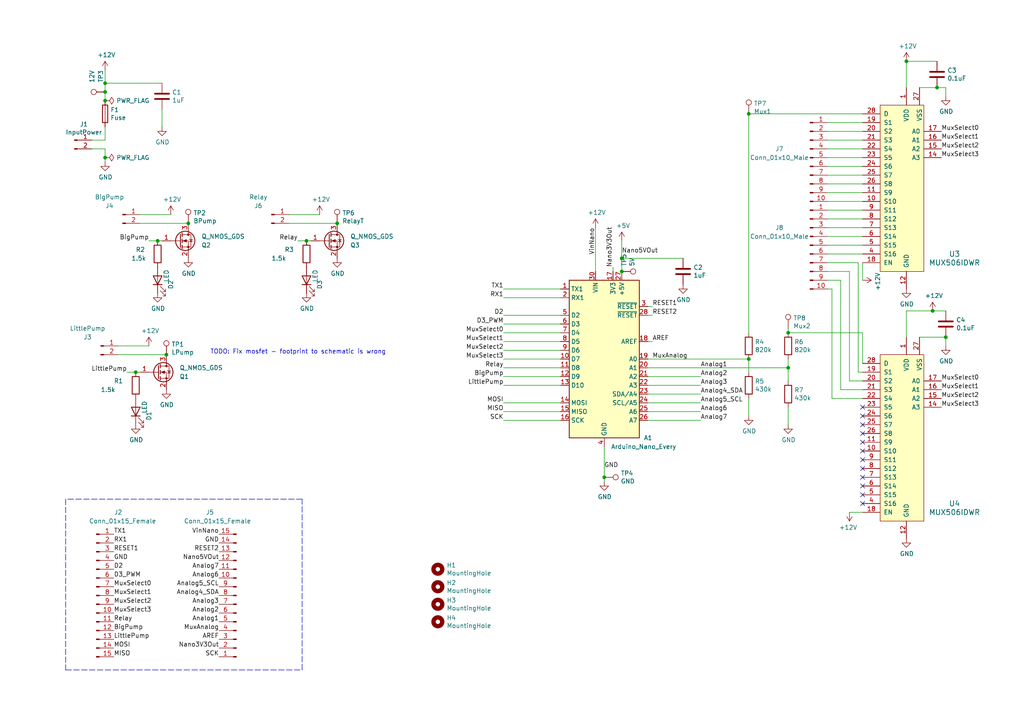
<source format=kicad_sch>
(kicad_sch (version 20211123) (generator eeschema)
  (paper "A4")
  (lib_symbols
    (symbol "Connector:Conn_01x02_Male" (pin_names (offset 1.016) hide)
      (property "Reference" "J" (at 0 2.54 0))
      (property "Value" "Conn_01x02_Male" (at 0 -5.08 0))
      (symbol "Conn_01x02_Male_1_1"
        (polyline (pts (xy 1.27 -2.54) (xy 0.8636 -2.54)) (stroke (width 0.1524)))
        (polyline (pts (xy 1.27 0) (xy 0.8636 0)) (stroke (width 0.1524)))
        (rectangle (start 0.8636 -2.413) (end 0 -2.667) (stroke (width 0.1524)) (fill (type outline)))
        (rectangle (start 0.8636 0.127) (end 0 -0.127) (stroke (width 0.1524)) (fill (type outline)))
        (pin passive line (at 5.08 0 180) (length 3.81) (name "Pin_1") (number "1"))
        (pin passive line (at 5.08 -2.54 180) (length 3.81) (name "Pin_2") (number "2"))
      )
    )
    (symbol "Connector:Conn_01x10_Male" (pin_names (offset 1.016) hide)
      (property "Reference" "J" (at 0 12.7 0))
      (property "Value" "Conn_01x10_Male" (at 0 -15.24 0))
      (symbol "Conn_01x10_Male_1_1"
        (polyline (pts (xy 1.27 -12.7) (xy 0.8636 -12.7)) (stroke (width 0.1524)))
        (polyline (pts (xy 1.27 -10.16) (xy 0.8636 -10.16)) (stroke (width 0.1524)))
        (polyline (pts (xy 1.27 -7.62) (xy 0.8636 -7.62)) (stroke (width 0.1524)))
        (polyline (pts (xy 1.27 -5.08) (xy 0.8636 -5.08)) (stroke (width 0.1524)))
        (polyline (pts (xy 1.27 -2.54) (xy 0.8636 -2.54)) (stroke (width 0.1524)))
        (polyline (pts (xy 1.27 0) (xy 0.8636 0)) (stroke (width 0.1524)))
        (polyline (pts (xy 1.27 2.54) (xy 0.8636 2.54)) (stroke (width 0.1524)))
        (polyline (pts (xy 1.27 5.08) (xy 0.8636 5.08)) (stroke (width 0.1524)))
        (polyline (pts (xy 1.27 7.62) (xy 0.8636 7.62)) (stroke (width 0.1524)))
        (polyline (pts (xy 1.27 10.16) (xy 0.8636 10.16)) (stroke (width 0.1524)))
        (rectangle (start 0.8636 -12.573) (end 0 -12.827) (stroke (width 0.1524)) (fill (type outline)))
        (rectangle (start 0.8636 -10.033) (end 0 -10.287) (stroke (width 0.1524)) (fill (type outline)))
        (rectangle (start 0.8636 -7.493) (end 0 -7.747) (stroke (width 0.1524)) (fill (type outline)))
        (rectangle (start 0.8636 -4.953) (end 0 -5.207) (stroke (width 0.1524)) (fill (type outline)))
        (rectangle (start 0.8636 -2.413) (end 0 -2.667) (stroke (width 0.1524)) (fill (type outline)))
        (rectangle (start 0.8636 0.127) (end 0 -0.127) (stroke (width 0.1524)) (fill (type outline)))
        (rectangle (start 0.8636 2.667) (end 0 2.413) (stroke (width 0.1524)) (fill (type outline)))
        (rectangle (start 0.8636 5.207) (end 0 4.953) (stroke (width 0.1524)) (fill (type outline)))
        (rectangle (start 0.8636 7.747) (end 0 7.493) (stroke (width 0.1524)) (fill (type outline)))
        (rectangle (start 0.8636 10.287) (end 0 10.033) (stroke (width 0.1524)) (fill (type outline)))
        (pin passive line (at 5.08 10.16 180) (length 3.81) (name "Pin_1") (number "1"))
        (pin passive line (at 5.08 -12.7 180) (length 3.81) (name "Pin_10") (number "10"))
        (pin passive line (at 5.08 7.62 180) (length 3.81) (name "Pin_2") (number "2"))
        (pin passive line (at 5.08 5.08 180) (length 3.81) (name "Pin_3") (number "3"))
        (pin passive line (at 5.08 2.54 180) (length 3.81) (name "Pin_4") (number "4"))
        (pin passive line (at 5.08 0 180) (length 3.81) (name "Pin_5") (number "5"))
        (pin passive line (at 5.08 -2.54 180) (length 3.81) (name "Pin_6") (number "6"))
        (pin passive line (at 5.08 -5.08 180) (length 3.81) (name "Pin_7") (number "7"))
        (pin passive line (at 5.08 -7.62 180) (length 3.81) (name "Pin_8") (number "8"))
        (pin passive line (at 5.08 -10.16 180) (length 3.81) (name "Pin_9") (number "9"))
      )
    )
    (symbol "Connector:Conn_01x15_Male" (pin_names (offset 1.016) hide)
      (property "Reference" "J" (at 0 20.32 0))
      (property "Value" "Conn_01x15_Male" (at 0 -20.32 0))
      (symbol "Conn_01x15_Male_1_1"
        (polyline (pts (xy 1.27 -17.78) (xy 0.8636 -17.78)) (stroke (width 0.1524)))
        (polyline (pts (xy 1.27 -15.24) (xy 0.8636 -15.24)) (stroke (width 0.1524)))
        (polyline (pts (xy 1.27 -12.7) (xy 0.8636 -12.7)) (stroke (width 0.1524)))
        (polyline (pts (xy 1.27 -10.16) (xy 0.8636 -10.16)) (stroke (width 0.1524)))
        (polyline (pts (xy 1.27 -7.62) (xy 0.8636 -7.62)) (stroke (width 0.1524)))
        (polyline (pts (xy 1.27 -5.08) (xy 0.8636 -5.08)) (stroke (width 0.1524)))
        (polyline (pts (xy 1.27 -2.54) (xy 0.8636 -2.54)) (stroke (width 0.1524)))
        (polyline (pts (xy 1.27 0) (xy 0.8636 0)) (stroke (width 0.1524)))
        (polyline (pts (xy 1.27 2.54) (xy 0.8636 2.54)) (stroke (width 0.1524)))
        (polyline (pts (xy 1.27 5.08) (xy 0.8636 5.08)) (stroke (width 0.1524)))
        (polyline (pts (xy 1.27 7.62) (xy 0.8636 7.62)) (stroke (width 0.1524)))
        (polyline (pts (xy 1.27 10.16) (xy 0.8636 10.16)) (stroke (width 0.1524)))
        (polyline (pts (xy 1.27 12.7) (xy 0.8636 12.7)) (stroke (width 0.1524)))
        (polyline (pts (xy 1.27 15.24) (xy 0.8636 15.24)) (stroke (width 0.1524)))
        (polyline (pts (xy 1.27 17.78) (xy 0.8636 17.78)) (stroke (width 0.1524)))
        (rectangle (start 0.8636 -17.653) (end 0 -17.907) (stroke (width 0.1524)) (fill (type outline)))
        (rectangle (start 0.8636 -15.113) (end 0 -15.367) (stroke (width 0.1524)) (fill (type outline)))
        (rectangle (start 0.8636 -12.573) (end 0 -12.827) (stroke (width 0.1524)) (fill (type outline)))
        (rectangle (start 0.8636 -10.033) (end 0 -10.287) (stroke (width 0.1524)) (fill (type outline)))
        (rectangle (start 0.8636 -7.493) (end 0 -7.747) (stroke (width 0.1524)) (fill (type outline)))
        (rectangle (start 0.8636 -4.953) (end 0 -5.207) (stroke (width 0.1524)) (fill (type outline)))
        (rectangle (start 0.8636 -2.413) (end 0 -2.667) (stroke (width 0.1524)) (fill (type outline)))
        (rectangle (start 0.8636 0.127) (end 0 -0.127) (stroke (width 0.1524)) (fill (type outline)))
        (rectangle (start 0.8636 2.667) (end 0 2.413) (stroke (width 0.1524)) (fill (type outline)))
        (rectangle (start 0.8636 5.207) (end 0 4.953) (stroke (width 0.1524)) (fill (type outline)))
        (rectangle (start 0.8636 7.747) (end 0 7.493) (stroke (width 0.1524)) (fill (type outline)))
        (rectangle (start 0.8636 10.287) (end 0 10.033) (stroke (width 0.1524)) (fill (type outline)))
        (rectangle (start 0.8636 12.827) (end 0 12.573) (stroke (width 0.1524)) (fill (type outline)))
        (rectangle (start 0.8636 15.367) (end 0 15.113) (stroke (width 0.1524)) (fill (type outline)))
        (rectangle (start 0.8636 17.907) (end 0 17.653) (stroke (width 0.1524)) (fill (type outline)))
        (pin passive line (at 5.08 17.78 180) (length 3.81) (name "Pin_1") (number "1"))
        (pin passive line (at 5.08 -5.08 180) (length 3.81) (name "Pin_10") (number "10"))
        (pin passive line (at 5.08 -7.62 180) (length 3.81) (name "Pin_11") (number "11"))
        (pin passive line (at 5.08 -10.16 180) (length 3.81) (name "Pin_12") (number "12"))
        (pin passive line (at 5.08 -12.7 180) (length 3.81) (name "Pin_13") (number "13"))
        (pin passive line (at 5.08 -15.24 180) (length 3.81) (name "Pin_14") (number "14"))
        (pin passive line (at 5.08 -17.78 180) (length 3.81) (name "Pin_15") (number "15"))
        (pin passive line (at 5.08 15.24 180) (length 3.81) (name "Pin_2") (number "2"))
        (pin passive line (at 5.08 12.7 180) (length 3.81) (name "Pin_3") (number "3"))
        (pin passive line (at 5.08 10.16 180) (length 3.81) (name "Pin_4") (number "4"))
        (pin passive line (at 5.08 7.62 180) (length 3.81) (name "Pin_5") (number "5"))
        (pin passive line (at 5.08 5.08 180) (length 3.81) (name "Pin_6") (number "6"))
        (pin passive line (at 5.08 2.54 180) (length 3.81) (name "Pin_7") (number "7"))
        (pin passive line (at 5.08 0 180) (length 3.81) (name "Pin_8") (number "8"))
        (pin passive line (at 5.08 -2.54 180) (length 3.81) (name "Pin_9") (number "9"))
      )
    )
    (symbol "Connector:TestPoint" (pin_numbers hide) (pin_names (offset 0.762) hide)
      (property "Reference" "TP" (at 0 6.858 0))
      (property "Value" "TestPoint" (at 0 5.08 0))
      (symbol "TestPoint_0_1"
        (circle (center 0 3.302) (radius 0.762))
      )
      (symbol "TestPoint_1_1"
        (pin passive line (at 0 0 90) (length 2.54) (name "1") (number "1"))
      )
    )
    (symbol "Device:C" (pin_numbers hide) (pin_names (offset 0.254))
      (property "Reference" "C" (at 0.635 2.54 0))
      (property "Value" "C" (at 0.635 -2.54 0))
      (symbol "C_0_1"
        (polyline (pts (xy -2.032 -0.762) (xy 2.032 -0.762)) (stroke (width 0.508)))
        (polyline (pts (xy -2.032 0.762) (xy 2.032 0.762)) (stroke (width 0.508)))
      )
      (symbol "C_1_1"
        (pin passive line (at 0 3.81 270) (length 2.794) (name "~") (number "1"))
        (pin passive line (at 0 -3.81 90) (length 2.794) (name "~") (number "2"))
      )
    )
    (symbol "Device:Fuse" (pin_numbers hide) (pin_names (offset 0))
      (property "Reference" "F" (at 2.032 0 90))
      (property "Value" "Fuse" (at -1.905 0 90))
      (symbol "Fuse_0_1"
        (rectangle (start -0.762 -2.54) (end 0.762 2.54) (stroke (width 0.254)))
        (polyline (pts (xy 0 2.54) (xy 0 -2.54)))
      )
      (symbol "Fuse_1_1"
        (pin passive line (at 0 3.81 270) (length 1.27) (name "~") (number "1"))
        (pin passive line (at 0 -3.81 90) (length 1.27) (name "~") (number "2"))
      )
    )
    (symbol "Device:LED" (pin_numbers hide) (pin_names (offset 1.016) hide)
      (property "Reference" "D" (at 0 2.54 0))
      (property "Value" "LED" (at 0 -2.54 0))
      (symbol "LED_0_1"
        (polyline (pts (xy -1.27 -1.27) (xy -1.27 1.27)) (stroke (width 0.254)))
        (polyline (pts (xy -1.27 0) (xy 1.27 0)))
        (polyline (pts (xy 1.27 -1.27) (xy 1.27 1.27) (xy -1.27 0) (xy 1.27 -1.27)) (stroke (width 0.254)))
        (polyline (pts (xy -3.048 -0.762) (xy -4.572 -2.286) (xy -3.81 -2.286) (xy -4.572 -2.286) (xy -4.572 -1.524)))
        (polyline (pts (xy -1.778 -0.762) (xy -3.302 -2.286) (xy -2.54 -2.286) (xy -3.302 -2.286) (xy -3.302 -1.524)))
      )
      (symbol "LED_1_1"
        (pin passive line (at -3.81 0 0) (length 2.54) (name "K") (number "1"))
        (pin passive line (at 3.81 0 180) (length 2.54) (name "A") (number "2"))
      )
    )
    (symbol "Device:Q_NMOS_GSD" (pin_names (offset 0) hide)
      (property "Reference" "Q" (at 5.08 1.27 0))
      (property "Value" "Q_NMOS_GSD" (at 5.08 -1.27 0))
      (symbol "Q_NMOS_GSD_0_1"
        (polyline (pts (xy 0.254 0) (xy -2.54 0)))
        (polyline (pts (xy 0.254 1.905) (xy 0.254 -1.905)) (stroke (width 0.254)))
        (polyline (pts (xy 0.762 -1.27) (xy 0.762 -2.286)) (stroke (width 0.254)))
        (polyline (pts (xy 0.762 0.508) (xy 0.762 -0.508)) (stroke (width 0.254)))
        (polyline (pts (xy 0.762 2.286) (xy 0.762 1.27)) (stroke (width 0.254)))
        (polyline (pts (xy 2.54 2.54) (xy 2.54 1.778)))
        (polyline (pts (xy 2.54 -2.54) (xy 2.54 0) (xy 0.762 0)))
        (polyline (pts (xy 0.762 -1.778) (xy 3.302 -1.778) (xy 3.302 1.778) (xy 0.762 1.778)))
        (polyline (pts (xy 1.016 0) (xy 2.032 0.381) (xy 2.032 -0.381) (xy 1.016 0)) (fill (type outline)))
        (polyline (pts (xy 2.794 0.508) (xy 2.921 0.381) (xy 3.683 0.381) (xy 3.81 0.254)))
        (polyline (pts (xy 3.302 0.381) (xy 2.921 -0.254) (xy 3.683 -0.254) (xy 3.302 0.381)))
        (circle (center 1.651 0) (radius 2.794) (stroke (width 0.254)))
        (circle (center 2.54 -1.778) (radius 0.254) (fill (type outline)))
        (circle (center 2.54 1.778) (radius 0.254) (fill (type outline)))
      )
      (symbol "Q_NMOS_GSD_1_1"
        (pin input line (at -5.08 0 0) (length 2.54) (name "G") (number "1"))
        (pin passive line (at 2.54 -5.08 90) (length 2.54) (name "S") (number "2"))
        (pin passive line (at 2.54 5.08 270) (length 2.54) (name "D") (number "3"))
      )
    )
    (symbol "Device:R" (pin_numbers hide) (pin_names (offset 0))
      (property "Reference" "R" (at 2.032 0 90))
      (property "Value" "R" (at 0 0 90))
      (symbol "R_0_1"
        (rectangle (start -1.016 -2.54) (end 1.016 2.54) (stroke (width 0.254)))
      )
      (symbol "R_1_1"
        (pin passive line (at 0 3.81 270) (length 1.27) (name "~") (number "1"))
        (pin passive line (at 0 -3.81 90) (length 1.27) (name "~") (number "2"))
      )
    )
    (symbol "MCU_Module:Arduino_Nano_Every"
      (property "Reference" "A" (at -10.16 23.495 0))
      (property "Value" "Arduino_Nano_Every" (at 5.08 -24.13 0))
      (symbol "Arduino_Nano_Every_0_1"
        (rectangle (start -10.16 22.86) (end 10.16 -22.86) (stroke (width 0.254)) (fill (type background)))
      )
      (symbol "Arduino_Nano_Every_1_1"
        (pin bidirectional line (at -12.7 20.32 0) (length 2.54) (name "TX1") (number "1"))
        (pin bidirectional line (at -12.7 0 0) (length 2.54) (name "D7") (number "10"))
        (pin bidirectional line (at -12.7 -2.54 0) (length 2.54) (name "D8") (number "11"))
        (pin bidirectional line (at -12.7 -5.08 0) (length 2.54) (name "D9") (number "12"))
        (pin bidirectional line (at -12.7 -7.62 0) (length 2.54) (name "D10") (number "13"))
        (pin bidirectional line (at -12.7 -12.7 0) (length 2.54) (name "MOSI") (number "14"))
        (pin bidirectional line (at -12.7 -15.24 0) (length 2.54) (name "MISO") (number "15"))
        (pin bidirectional line (at -12.7 -17.78 0) (length 2.54) (name "SCK") (number "16"))
        (pin power_out line (at 2.54 25.4 270) (length 2.54) (name "3V3") (number "17"))
        (pin input line (at 12.7 5.08 180) (length 2.54) (name "AREF") (number "18"))
        (pin bidirectional line (at 12.7 0 180) (length 2.54) (name "A0") (number "19"))
        (pin bidirectional line (at -12.7 17.78 0) (length 2.54) (name "RX1") (number "2"))
        (pin bidirectional line (at 12.7 -2.54 180) (length 2.54) (name "A1") (number "20"))
        (pin bidirectional line (at 12.7 -5.08 180) (length 2.54) (name "A2") (number "21"))
        (pin bidirectional line (at 12.7 -7.62 180) (length 2.54) (name "A3") (number "22"))
        (pin bidirectional line (at 12.7 -10.16 180) (length 2.54) (name "SDA/A4") (number "23"))
        (pin bidirectional line (at 12.7 -12.7 180) (length 2.54) (name "SCL/A5") (number "24"))
        (pin bidirectional line (at 12.7 -15.24 180) (length 2.54) (name "A6") (number "25"))
        (pin bidirectional line (at 12.7 -17.78 180) (length 2.54) (name "A7") (number "26"))
        (pin power_out line (at 5.08 25.4 270) (length 2.54) (name "+5V") (number "27"))
        (pin input line (at 12.7 12.7 180) (length 2.54) (name "~{RESET}") (number "28"))
        (pin passive line (at 0 -25.4 90) (length 2.54) hide (name "GND") (number "29"))
        (pin input line (at 12.7 15.24 180) (length 2.54) (name "~{RESET}") (number "3"))
        (pin power_in line (at -2.54 25.4 270) (length 2.54) (name "VIN") (number "30"))
        (pin power_in line (at 0 -25.4 90) (length 2.54) (name "GND") (number "4"))
        (pin bidirectional line (at -12.7 12.7 0) (length 2.54) (name "D2") (number "5"))
        (pin bidirectional line (at -12.7 10.16 0) (length 2.54) (name "D3") (number "6"))
        (pin bidirectional line (at -12.7 7.62 0) (length 2.54) (name "D4") (number "7"))
        (pin bidirectional line (at -12.7 5.08 0) (length 2.54) (name "D5") (number "8"))
        (pin bidirectional line (at -12.7 2.54 0) (length 2.54) (name "D6") (number "9"))
      )
    )
    (symbol "Mechanical:MountingHole" (pin_names (offset 1.016))
      (property "Reference" "H" (at 0 5.08 0))
      (property "Value" "MountingHole" (at 0 3.175 0))
      (symbol "MountingHole_0_1"
        (circle (center 0 0) (radius 1.27) (stroke (width 1.27)))
      )
    )
    (symbol "dk_Interface-Analog-Switches-Multiplexers-Demultiplexers:MUX506IDWR" (pin_names (offset 1.016))
      (property "Reference" "U" (at -2.54 24.13 0))
      (property "Value" "MUX506IDWR" (at 17.78 -33.02 0))
      (symbol "MUX506IDWR_0_1"
        (rectangle (start -5.08 22.86) (end 7.62 -25.4) (fill (type background)))
      )
      (symbol "MUX506IDWR_1_1"
        (pin power_in line (at 2.54 27.94 270) (length 5.08) (name "VDD") (number "1"))
        (pin bidirectional line (at -10.16 -5.08 0) (length 5.08) (name "S10") (number "10"))
        (pin bidirectional line (at -10.16 -2.54 0) (length 5.08) (name "S9") (number "11"))
        (pin power_in line (at 2.54 -30.48 90) (length 5.08) (name "GND") (number "12"))
        (pin input line (at 12.7 7.62 180) (length 5.08) (name "A3") (number "14"))
        (pin input line (at 12.7 10.16 180) (length 5.08) (name "A2") (number "15"))
        (pin input line (at 12.7 12.7 180) (length 5.08) (name "A1") (number "16"))
        (pin input line (at 12.7 15.24 180) (length 5.08) (name "A0") (number "17"))
        (pin input line (at -10.16 -22.86 0) (length 5.08) (name "EN") (number "18"))
        (pin bidirectional line (at -10.16 17.78 0) (length 5.08) (name "S1") (number "19"))
        (pin bidirectional line (at -10.16 15.24 0) (length 5.08) (name "S2") (number "20"))
        (pin bidirectional line (at -10.16 12.7 0) (length 5.08) (name "S3") (number "21"))
        (pin bidirectional line (at -10.16 10.16 0) (length 5.08) (name "S4") (number "22"))
        (pin bidirectional line (at -10.16 7.62 0) (length 5.08) (name "S5") (number "23"))
        (pin bidirectional line (at -10.16 5.08 0) (length 5.08) (name "S6") (number "24"))
        (pin bidirectional line (at -10.16 2.54 0) (length 5.08) (name "S7") (number "25"))
        (pin bidirectional line (at -10.16 0 0) (length 5.08) (name "S8") (number "26"))
        (pin power_in line (at 6.35 27.94 270) (length 5.08) (name "VSS") (number "27"))
        (pin bidirectional line (at -10.16 20.32 0) (length 5.08) (name "D") (number "28"))
        (pin bidirectional line (at -10.16 -20.32 0) (length 5.08) (name "S16") (number "4"))
        (pin bidirectional line (at -10.16 -17.78 0) (length 5.08) (name "S15") (number "5"))
        (pin bidirectional line (at -10.16 -15.24 0) (length 5.08) (name "S14") (number "6"))
        (pin bidirectional line (at -10.16 -12.7 0) (length 5.08) (name "S13") (number "7"))
        (pin bidirectional line (at -10.16 -10.16 0) (length 5.08) (name "S12") (number "8"))
        (pin bidirectional line (at -10.16 -7.62 0) (length 5.08) (name "S11") (number "9"))
      )
    )
    (symbol "power:+12V" (power) (pin_names (offset 0))
      (property "Value" "+12V" (at 0 3.556 0))
      (symbol "+12V_0_1"
        (polyline (pts (xy -0.762 1.27) (xy 0 2.54)))
        (polyline (pts (xy 0 0) (xy 0 2.54)))
        (polyline (pts (xy 0 2.54) (xy 0.762 1.27)))
      )
      (symbol "+12V_1_1"
        (pin power_in line (at 0 0 90) (length 0) hide (name "+12V") (number "1"))
      )
    )
    (symbol "power:+5V" (power) (pin_names (offset 0))
      (property "Value" "+5V" (at 0 3.556 0))
      (symbol "+5V_0_1"
        (polyline (pts (xy -0.762 1.27) (xy 0 2.54)))
        (polyline (pts (xy 0 0) (xy 0 2.54)))
        (polyline (pts (xy 0 2.54) (xy 0.762 1.27)))
      )
      (symbol "+5V_1_1"
        (pin power_in line (at 0 0 90) (length 0) hide (name "+5V") (number "1"))
      )
    )
    (symbol "power:GND" (power) (pin_names (offset 0))
      (property "Value" "GND" (at 0 -3.81 0))
      (symbol "GND_0_1"
        (polyline (pts (xy 0 0) (xy 0 -1.27) (xy 1.27 -1.27) (xy 0 -2.54) (xy -1.27 -1.27) (xy 0 -1.27)))
      )
      (symbol "GND_1_1"
        (pin power_in line (at 0 0 270) (length 0) hide (name "GND") (number "1"))
      )
    )
    (symbol "power:PWR_FLAG" (power) (pin_numbers hide) (pin_names (offset 0) hide)
      (property "Value" "PWR_FLAG" (at 0 3.81 0))
      (symbol "PWR_FLAG_0_0"
        (pin power_out line (at 0 0 90) (length 0) (name "pwr") (number "1"))
      )
      (symbol "PWR_FLAG_0_1"
        (polyline (pts (xy 0 0) (xy 0 1.27) (xy -1.016 1.905) (xy 0 2.54) (xy 1.016 1.905) (xy 0 1.27)))
      )
    )
  )
  (junction (at 228.6 96.52))
  (junction (at 175.26 138.43))
  (junction (at 270.51 90.17))
  (junction (at 48.26 102.87))
  (junction (at 180.34 78.74))
  (junction (at 180.34 74.93))
  (junction (at 39.37 107.95))
  (junction (at 54.61 64.77))
  (junction (at 88.9 69.85))
  (junction (at 45.72 69.85))
  (junction (at 262.89 17.78))
  (junction (at 30.48 26.67))
  (junction (at 97.79 64.77))
  (junction (at 271.78 25.4))
  (junction (at 30.48 45.72))
  (junction (at 217.17 33.02))
  (junction (at 228.6 106.68))
  (junction (at 217.17 104.14))
  (junction (at 30.48 24.13))
  (junction (at 30.48 29.21))
  (junction (at 274.32 97.79))
  (no_connect (at 250.19 140.97))
  (no_connect (at 250.19 123.19))
  (no_connect (at 250.19 128.27))
  (no_connect (at 250.19 120.65))
  (no_connect (at 250.19 135.89))
  (no_connect (at 250.19 130.81))
  (no_connect (at 250.19 138.43))
  (no_connect (at 250.19 143.51))
  (no_connect (at 250.19 133.35))
  (no_connect (at 250.19 118.11))
  (no_connect (at 250.19 125.73))
  (no_connect (at 250.19 146.05))
  (wire (pts (xy 162.56 121.92) (xy 146.05 121.92)))
  (wire (pts (xy 250.19 81.28) (xy 250.19 76.2)))
  (wire (pts (xy 30.48 29.21) (xy 30.48 26.67)))
  (wire (pts (xy 240.03 45.72) (xy 250.19 45.72)))
  (wire (pts (xy 162.56 104.14) (xy 146.05 104.14)))
  (wire (pts (xy 240.03 43.18) (xy 250.19 43.18)))
  (wire (pts (xy 187.96 116.84) (xy 203.2 116.84)))
  (wire (pts (xy 40.64 62.23) (xy 49.53 62.23)))
  (wire (pts (xy 45.72 69.85) (xy 46.99 69.85)))
  (wire (pts (xy 162.56 116.84) (xy 146.05 116.84)))
  (wire (pts (xy 240.03 55.88) (xy 250.19 55.88)))
  (wire (pts (xy 240.03 66.04) (xy 250.19 66.04)))
  (wire (pts (xy 30.48 24.13) (xy 30.48 20.32)))
  (wire (pts (xy 248.92 107.95) (xy 248.92 76.2)))
  (wire (pts (xy 243.84 113.03) (xy 250.19 113.03)))
  (wire (pts (xy 88.9 69.85) (xy 90.17 69.85)))
  (wire (pts (xy 187.96 119.38) (xy 203.2 119.38)))
  (wire (pts (xy 187.96 111.76) (xy 203.2 111.76)))
  (wire (pts (xy 30.48 26.67) (xy 30.48 24.13)))
  (wire (pts (xy 228.6 104.14) (xy 228.6 106.68)))
  (wire (pts (xy 266.7 97.79) (xy 274.32 97.79)))
  (wire (pts (xy 36.83 107.95) (xy 39.37 107.95)))
  (wire (pts (xy 240.03 38.1) (xy 250.19 38.1)))
  (wire (pts (xy 240.03 68.58) (xy 250.19 68.58)))
  (wire (pts (xy 162.56 101.6) (xy 146.05 101.6)))
  (wire (pts (xy 240.03 78.74) (xy 246.38 78.74)))
  (wire (pts (xy 217.17 33.02) (xy 250.19 33.02)))
  (wire (pts (xy 86.36 69.85) (xy 88.9 69.85)))
  (wire (pts (xy 162.56 93.98) (xy 146.05 93.98)))
  (wire (pts (xy 162.56 83.82) (xy 146.05 83.82)))
  (wire (pts (xy 30.48 43.18) (xy 30.48 45.72)))
  (wire (pts (xy 240.03 83.82) (xy 241.3 83.82)))
  (wire (pts (xy 187.96 114.3) (xy 203.2 114.3)))
  (wire (pts (xy 217.17 104.14) (xy 217.17 107.95)))
  (wire (pts (xy 240.03 35.56) (xy 250.19 35.56)))
  (wire (pts (xy 270.51 90.17) (xy 274.32 90.17)))
  (wire (pts (xy 240.03 40.64) (xy 250.19 40.64)))
  (wire (pts (xy 40.64 64.77) (xy 54.61 64.77)))
  (wire (pts (xy 83.82 64.77) (xy 97.79 64.77)))
  (wire (pts (xy 241.3 83.82) (xy 241.3 115.57)))
  (wire (pts (xy 26.67 40.64) (xy 30.48 40.64)))
  (wire (pts (xy 262.89 97.79) (xy 262.89 90.17)))
  (wire (pts (xy 187.96 99.06) (xy 189.23 99.06)))
  (polyline (pts (xy 19.05 144.78) (xy 19.05 194.31)))
  (wire (pts (xy 262.89 90.17) (xy 270.51 90.17)))
  (wire (pts (xy 162.56 109.22) (xy 146.05 109.22)))
  (wire (pts (xy 83.82 62.23) (xy 92.71 62.23)))
  (polyline (pts (xy 19.05 194.31) (xy 87.63 194.31)))
  (wire (pts (xy 243.84 81.28) (xy 243.84 113.03)))
  (wire (pts (xy 271.78 25.4) (xy 266.7 25.4)))
  (wire (pts (xy 162.56 86.36) (xy 146.05 86.36)))
  (wire (pts (xy 228.6 106.68) (xy 228.6 110.49)))
  (wire (pts (xy 187.96 104.14) (xy 217.17 104.14)))
  (wire (pts (xy 30.48 36.83) (xy 30.48 40.64)))
  (wire (pts (xy 43.18 69.85) (xy 45.72 69.85)))
  (wire (pts (xy 187.96 91.44) (xy 189.23 91.44)))
  (wire (pts (xy 217.17 33.02) (xy 217.17 96.52)))
  (polyline (pts (xy 87.63 144.78) (xy 19.05 144.78)))
  (wire (pts (xy 271.78 17.78) (xy 262.89 17.78)))
  (wire (pts (xy 46.99 24.13) (xy 30.48 24.13)))
  (wire (pts (xy 187.96 109.22) (xy 203.2 109.22)))
  (wire (pts (xy 228.6 96.52) (xy 250.19 96.52)))
  (wire (pts (xy 246.38 148.59) (xy 250.19 148.59)))
  (wire (pts (xy 162.56 111.76) (xy 146.05 111.76)))
  (wire (pts (xy 46.99 31.75) (xy 46.99 36.83)))
  (wire (pts (xy 248.92 107.95) (xy 250.19 107.95)))
  (wire (pts (xy 162.56 96.52) (xy 146.05 96.52)))
  (wire (pts (xy 162.56 106.68) (xy 146.05 106.68)))
  (wire (pts (xy 250.19 96.52) (xy 250.19 105.41)))
  (wire (pts (xy 274.32 25.4) (xy 271.78 25.4)))
  (wire (pts (xy 187.96 121.92) (xy 203.2 121.92)))
  (wire (pts (xy 172.72 66.04) (xy 172.72 78.74)))
  (polyline (pts (xy 87.63 194.31) (xy 87.63 144.78)))
  (wire (pts (xy 34.29 102.87) (xy 48.26 102.87)))
  (wire (pts (xy 240.03 71.12) (xy 250.19 71.12)))
  (wire (pts (xy 162.56 91.44) (xy 146.05 91.44)))
  (wire (pts (xy 262.89 17.78) (xy 262.89 25.4)))
  (wire (pts (xy 274.32 97.79) (xy 274.32 100.33)))
  (wire (pts (xy 240.03 63.5) (xy 250.19 63.5)))
  (wire (pts (xy 26.67 43.18) (xy 30.48 43.18)))
  (wire (pts (xy 175.26 138.43) (xy 175.26 139.7)))
  (wire (pts (xy 34.29 100.33) (xy 43.18 100.33)))
  (wire (pts (xy 187.96 106.68) (xy 228.6 106.68)))
  (wire (pts (xy 240.03 60.96) (xy 250.19 60.96)))
  (wire (pts (xy 146.05 119.38) (xy 162.56 119.38)))
  (wire (pts (xy 246.38 110.49) (xy 250.19 110.49)))
  (wire (pts (xy 240.03 81.28) (xy 243.84 81.28)))
  (wire (pts (xy 240.03 53.34) (xy 250.19 53.34)))
  (wire (pts (xy 240.03 58.42) (xy 250.19 58.42)))
  (wire (pts (xy 180.34 74.93) (xy 198.12 74.93)))
  (wire (pts (xy 246.38 78.74) (xy 246.38 110.49)))
  (wire (pts (xy 240.03 76.2) (xy 248.92 76.2)))
  (wire (pts (xy 180.34 74.93) (xy 180.34 78.74)))
  (wire (pts (xy 39.37 107.95) (xy 40.64 107.95)))
  (wire (pts (xy 274.32 27.94) (xy 274.32 25.4)))
  (wire (pts (xy 162.56 99.06) (xy 146.05 99.06)))
  (wire (pts (xy 240.03 50.8) (xy 250.19 50.8)))
  (wire (pts (xy 228.6 118.11) (xy 228.6 123.19)))
  (wire (pts (xy 240.03 73.66) (xy 250.19 73.66)))
  (wire (pts (xy 228.6 95.25) (xy 228.6 96.52)))
  (wire (pts (xy 30.48 45.72) (xy 30.48 46.99)))
  (wire (pts (xy 241.3 115.57) (xy 250.19 115.57)))
  (wire (pts (xy 180.34 69.85) (xy 180.34 74.93)))
  (wire (pts (xy 240.03 48.26) (xy 250.19 48.26)))
  (wire (pts (xy 177.8 78.74) (xy 177.8 77.47)))
  (wire (pts (xy 217.17 115.57) (xy 217.17 120.65)))
  (wire (pts (xy 187.96 88.9) (xy 189.23 88.9)))
  (wire (pts (xy 175.26 129.54) (xy 175.26 138.43)))
  (text "TODO: Fix mosfet - footprint to schematic is wrong" (at 60.96 102.87 0) (effects (font (size 1.27 1.27)) (justify left bottom)))
  (label "MuxSelect0" (at 273.05 110.49 0))
  (label "TX1" (at 33.02 154.94 0))
  (label "MuxSelect3" (at 33.02 177.8 0))
  (label "Analog7" (at 63.5 165.1 180))
  (label "RESET1" (at 189.23 88.9 0))
  (label "MISO" (at 146.05 119.38 180))
  (label "Nano5VOut" (at 180.34 73.66 0))
  (label "RX1" (at 146.05 86.36 180))
  (label "D3_PWM" (at 33.02 167.64 0))
  (label "Analog1" (at 63.5 180.34 180))
  (label "MuxSelect2" (at 273.05 115.57 0))
  (label "BigPump" (at 43.18 69.85 180))
  (label "VinNano" (at 172.72 66.04 270))
  (label "GND" (at 33.02 162.56 0))
  (label "Nano3V3Out" (at 63.5 187.96 180))
  (label "MISO" (at 33.02 190.5 0))
  (label "MOSI" (at 146.05 116.84 180))
  (label "Analog6" (at 203.2 119.38 0))
  (label "Analog6" (at 63.5 167.64 180))
  (label "MuxSelect1" (at 33.02 172.72 0))
  (label "MOSI" (at 33.02 187.96 0))
  (label "Analog3" (at 63.5 175.26 180))
  (label "D3_PWM" (at 146.05 93.98 180))
  (label "AREF" (at 189.23 99.06 0))
  (label "MuxSelect1" (at 146.05 99.06 180))
  (label "MuxSelect1" (at 273.05 40.64 0))
  (label "D2" (at 33.02 165.1 0))
  (label "MuxSelect3" (at 273.05 45.72 0))
  (label "Analog4_SDA" (at 63.5 172.72 180))
  (label "GND" (at 63.5 157.48 180))
  (label "MuxSelect2" (at 33.02 175.26 0))
  (label "BigPump" (at 146.05 109.22 180))
  (label "MuxAnalog" (at 63.5 182.88 180))
  (label "Analog5_SCL" (at 63.5 170.18 180))
  (label "MuxSelect2" (at 146.05 101.6 180))
  (label "Nano3V3Out" (at 177.8 77.47 90))
  (label "VinNano" (at 63.5 154.94 180))
  (label "Analog3" (at 203.2 111.76 0))
  (label "Relay" (at 33.02 180.34 0))
  (label "MuxSelect3" (at 273.05 118.11 0))
  (label "Analog5_SCL" (at 203.2 116.84 0))
  (label "Relay" (at 86.36 69.85 180))
  (label "SCK" (at 146.05 121.92 180))
  (label "MuxSelect3" (at 146.05 104.14 180))
  (label "RESET1" (at 33.02 160.02 0))
  (label "MuxSelect0" (at 33.02 170.18 0))
  (label "MuxSelect2" (at 273.05 43.18 0))
  (label "Analog2" (at 63.5 177.8 180))
  (label "RESET2" (at 189.23 91.44 0))
  (label "AREF" (at 63.5 185.42 180))
  (label "MuxSelect1" (at 273.05 113.03 0))
  (label "Analog4_SDA" (at 203.2 114.3 0))
  (label "D2" (at 146.05 91.44 180))
  (label "MuxSelect0" (at 146.05 96.52 180))
  (label "Nano5VOut" (at 63.5 162.56 180))
  (label "RX1" (at 33.02 157.48 0))
  (label "MuxAnalog" (at 189.23 104.14 0))
  (label "LittlePump" (at 36.83 107.95 180))
  (label "BigPump" (at 33.02 182.88 0))
  (label "GND" (at 175.26 135.89 0))
  (label "SCK" (at 63.5 190.5 180))
  (label "MuxSelect0" (at 273.05 38.1 0))
  (label "Analog2" (at 203.2 109.22 0))
  (label "TX1" (at 146.05 83.82 180))
  (label "LittlePump" (at 33.02 185.42 0))
  (label "RESET2" (at 63.5 160.02 180))
  (label "Analog1" (at 203.2 106.68 0))
  (label "Analog7" (at 203.2 121.92 0))
  (label "Relay" (at 146.05 106.68 180))
  (label "LittlePump" (at 146.05 111.76 180))
  (symbol (lib_id "MCU_Module:Arduino_Nano_Every") (at 175.26 104.14 0) (unit 1)
    (property "Reference" "A1" (at 187.96 127 0))
    (property "Value" "Arduino_Nano_Every" (at 186.69 129.54 0))
    (property "Footprint" "Module:Arduino_Nano" (effects hide))
    (property "Datasheet" "https://content.arduino.cc/assets/NANOEveryV3.0_sch.pdf" (effects hide))
    (property "DigikeyPN" "1050-ABX00028-ND" (effects hide))
  )
  (symbol (lib_id "power:GND") (at 175.26 139.7 0) (unit 1)
    (property "Reference" "#PWR016" (effects hide))
    (property "Value" "GND" (at 175.387 144.0942 0))
  )
  (symbol (lib_id "power:GND") (at 198.12 82.55 0) (unit 1)
    (property "Reference" "#PWR010" (effects hide))
    (property "Value" "GND" (at 198.247 86.9442 0))
  )
  (symbol (lib_id "power:GND") (at 217.17 120.65 0) (unit 1)
    (property "Reference" "#PWR017" (effects hide))
    (property "Value" "GND" (at 217.297 125.0442 0))
  )
  (symbol (lib_id "Device:Q_NMOS_GSD") (at 45.72 107.95 0) (unit 1)
    (property "Reference" "Q1" (at 52.07 109.22 0) (effects (justify left)))
    (property "Value" "Q_NMOS_GDS" (at 52.07 106.68 0) (effects (justify left)))
    (property "Footprint" "Package_TO_SOT_SMD:SOT-89-3" (effects hide))
    (property "Datasheet" "https://www.diodes.com/assets/Datasheets/ZXMN3A01Z.pdf" (effects hide))
    (property "DigikeyPN" "DMN2004WKDICT-ND" (effects hide))
  )
  (symbol (lib_id "Device:R") (at 217.17 100.33 0) (unit 1)
    (property "Reference" "R4" (at 218.948 99.1616 0) (effects (justify left)))
    (property "Value" "820k" (at 218.948 101.473 0) (effects (justify left)))
    (property "Footprint" "Resistor_SMD:R_0603_1608Metric" (effects hide))
    (property "Datasheet" "https://www.yageo.com/upload/media/product/productsearch/datasheet/rchip/PYu-RC_Group_51_RoHS_L_11.pdf" (effects hide))
    (property "DigikeyPN" "311-820KHRCT-ND" (effects hide))
  )
  (symbol (lib_id "Device:R") (at 217.17 111.76 0) (unit 1)
    (property "Reference" "R5" (at 218.948 110.5916 0) (effects (justify left)))
    (property "Value" "430k" (at 218.948 112.903 0) (effects (justify left)))
    (property "Footprint" "Resistor_SMD:R_0603_1608Metric" (effects hide))
    (property "Datasheet" "https://www.bourns.com/docs/product-datasheets/cr.pdf?sfvrsn=574d41f6_14" (effects hide))
    (property "DigikeyPN" "‎RMCF0603FT430KCT-ND‎" (effects hide))
    (property "MPN" "RMCF0603FT430K" (effects hide))
    (property "DK_Detail_Page" "https://www.digikey.ca/en/products/detail/RMCF0603FT430K/RMCF0603FT430KCT-ND/6052969?itemSeq=383441807" (effects hide))
    (property "Description" "RES 430K OHM 1% 1/10W 0603" (effects hide))
    (property "Manufacturer" "Stackpole Electronics Inc" (effects hide))
  )
  (symbol (lib_id "power:GND") (at 48.26 113.03 0) (unit 1)
    (property "Reference" "#PWR06" (effects hide))
    (property "Value" "GND" (at 48.387 117.4242 0))
  )
  (symbol (lib_id "dk_Interface-Analog-Switches-Multiplexers-Demultiplexers:MUX506IDWR") (at 260.35 53.34 0) (unit 1)
    (property "Reference" "U3" (at 276.86 73.66 0) (effects (font (size 1.524 1.524))))
    (property "Value" "MUX506IDWR" (at 276.86 76.2 0) (effects (font (size 1.524 1.524))))
    (property "Footprint" "digikey-footprints:SOIC-28_W7.5mm" (effects hide))
    (property "Datasheet" "https://www.ti.com/lit/ds/symlink/mux506.pdf" (effects hide))
    (property "MPN" "MUX506IDWR" (effects hide))
    (property "Category" "Integrated Circuits (ICs)" (effects hide))
    (property "Family" "Interface - Analog Switches, Multiplexers, Demultiplexers" (effects hide))
    (property "DK_Datasheet_Link" "https://www.ti.com/lit/ds/symlink/mux506.pdf" (effects hide))
    (property "DK_Detail_Page" "https://www.digikey.ca/en/products/detail/texas-instruments/MUX506IDWR/7931879?s=N4IgTCBcDa4JwDYC0AWA7AVhSpBGJAcgCIgC6AvkA" (effects hide))
    (property "Description" "IC SWITCH SINGLE 28SOIC" (effects hide))
    (property "Manufacturer" "Texas Instruments" (effects hide))
    (property "Status" "Active" (effects hide))
    (property "DigikeyPN" "296-47544-1-ND" (effects hide))
  )
  (symbol (lib_id "dk_Interface-Analog-Switches-Multiplexers-Demultiplexers:MUX506IDWR") (at 260.35 125.73 0) (unit 1)
    (property "Reference" "U4" (at 276.86 146.05 0) (effects (font (size 1.524 1.524))))
    (property "Value" "MUX506IDWR" (at 276.86 148.59 0) (effects (font (size 1.524 1.524))))
    (property "Footprint" "digikey-footprints:SOIC-28_W7.5mm" (effects hide))
    (property "Datasheet" "https://www.ti.com/lit/ds/symlink/mux506.pdf" (effects hide))
    (property "MPN" "MUX506IDWR" (effects hide))
    (property "Category" "Integrated Circuits (ICs)" (effects hide))
    (property "Family" "Interface - Analog Switches, Multiplexers, Demultiplexers" (effects hide))
    (property "DK_Datasheet_Link" "https://www.ti.com/lit/ds/symlink/mux506.pdf" (effects hide))
    (property "DK_Detail_Page" "https://www.digikey.ca/en/products/detail/texas-instruments/MUX506IDWR/7931879?s=N4IgTCBcDa4JwDYC0AWA7AVhSpBGJAcgCIgC6AvkA" (effects hide))
    (property "Description" "IC SWITCH SINGLE 28SOIC" (effects hide))
    (property "Manufacturer" "Texas Instruments" (effects hide))
    (property "Status" "Active" (effects hide))
    (property "DigikeyPN" "296-47544-1-ND" (effects hide))
  )
  (symbol (lib_id "power:GND") (at 262.89 156.21 0) (unit 1)
    (property "Reference" "#PWR023" (effects hide))
    (property "Value" "GND" (at 263.017 160.6042 0))
  )
  (symbol (lib_id "power:GND") (at 262.89 83.82 0) (unit 1)
    (property "Reference" "#PWR021" (effects hide))
    (property "Value" "GND" (at 263.017 88.2142 0))
  )
  (symbol (lib_id "power:GND") (at 274.32 100.33 0) (unit 1)
    (property "Reference" "#PWR025" (effects hide))
    (property "Value" "GND" (at 274.447 104.7242 0))
  )
  (symbol (lib_id "power:GND") (at 274.32 27.94 0) (unit 1)
    (property "Reference" "#PWR024" (effects hide))
    (property "Value" "GND" (at 274.447 32.3342 0))
  )
  (symbol (lib_id "Connector:Conn_01x02_Male") (at 21.59 40.64 0) (unit 1)
    (property "Reference" "J1" (at 24.3332 36.0426 0))
    (property "Value" "InputPower" (at 24.3332 38.354 0))
    (property "Footprint" "Connector_Molex:Molex_Mini-Fit_Jr_5569-02A2_2x01_P4.20mm_Horizontal" (effects hide))
    (property "Datasheet" "https://www.molex.com/pdm_docs/ps/PS-5556-001.pdf" (effects hide))
    (property "DigikeyPN" "0050361758-ND" (effects hide))
  )
  (symbol (lib_id "power:GND") (at 30.48 46.99 0) (unit 1)
    (property "Reference" "#PWR02" (effects hide))
    (property "Value" "GND" (at 30.607 51.3842 0))
  )
  (symbol (lib_id "power:PWR_FLAG") (at 30.48 29.21 270) (unit 1)
    (property "Reference" "#FLG01" (effects hide))
    (property "Value" "PWR_FLAG" (at 33.7312 29.21 90) (effects (justify left)))
  )
  (symbol (lib_id "power:PWR_FLAG") (at 30.48 45.72 270) (unit 1)
    (property "Reference" "#FLG02" (effects hide))
    (property "Value" "PWR_FLAG" (at 33.7312 45.72 90) (effects (justify left)))
  )
  (symbol (lib_id "power:+5V") (at 180.34 69.85 0) (unit 1)
    (property "Reference" "#PWR015" (effects hide))
    (property "Value" "+5V" (at 180.721 65.4558 0))
  )
  (symbol (lib_id "Connector:Conn_01x10_Male") (at 234.95 71.12 0) (unit 1)
    (property "Reference" "J8" (at 226.06 66.04 0))
    (property "Value" "Conn_01x10_Male" (at 226.06 68.58 0))
    (property "Footprint" "Connector_Phoenix_MC:PhoenixContact_MCV_1,5_10-G-3.5_1x10_P3.50mm_Vertical" (effects hide))
    (property "Datasheet" "https://www.digikey.ca/en/products/detail/phoenix-contact/1843680/2528306" (effects hide))
    (property "DigikeyPN" "277-5774-ND" (effects hide))
  )
  (symbol (lib_id "Mechanical:MountingHole") (at 127 165.1 0) (unit 1)
    (property "Reference" "H1" (at 129.54 163.9316 0) (effects (justify left)))
    (property "Value" "MountingHole" (at 129.54 166.243 0) (effects (justify left)))
    (property "Footprint" "MountingHole:MountingHole_3.2mm_M3" (effects hide))
  )
  (symbol (lib_id "Mechanical:MountingHole") (at 127 170.18 0) (unit 1)
    (property "Reference" "H2" (at 129.54 169.0116 0) (effects (justify left)))
    (property "Value" "MountingHole" (at 129.54 171.323 0) (effects (justify left)))
    (property "Footprint" "MountingHole:MountingHole_3.2mm_M3" (effects hide))
  )
  (symbol (lib_id "Mechanical:MountingHole") (at 127 175.26 0) (unit 1)
    (property "Reference" "H3" (at 129.54 174.0916 0) (effects (justify left)))
    (property "Value" "MountingHole" (at 129.54 176.403 0) (effects (justify left)))
    (property "Footprint" "MountingHole:MountingHole_3.2mm_M3" (effects hide))
  )
  (symbol (lib_id "Mechanical:MountingHole") (at 127 180.34 0) (unit 1)
    (property "Reference" "H4" (at 129.54 179.1716 0) (effects (justify left)))
    (property "Value" "MountingHole" (at 129.54 181.483 0) (effects (justify left)))
    (property "Footprint" "MountingHole:MountingHole_3.2mm_M3" (effects hide))
  )
  (symbol (lib_id "power:+12V") (at 30.48 20.32 0) (unit 1)
    (property "Reference" "#PWR01" (effects hide))
    (property "Value" "+12V" (at 30.861 15.9258 0))
  )
  (symbol (lib_id "power:+12V") (at 49.53 62.23 0) (unit 1)
    (property "Reference" "#PWR07" (effects hide))
    (property "Value" "+12V" (at 49.911 57.8358 0))
  )
  (symbol (lib_id "power:+12V") (at 92.71 62.23 0) (unit 1)
    (property "Reference" "#PWR012" (effects hide))
    (property "Value" "+12V" (at 93.091 57.8358 0))
  )
  (symbol (lib_id "power:+12V") (at 43.18 100.33 0) (unit 1)
    (property "Reference" "#PWR04" (effects hide))
    (property "Value" "+12V" (at 43.561 95.9358 0))
  )
  (symbol (lib_id "power:+12V") (at 262.89 17.78 0) (unit 1)
    (property "Reference" "#PWR020" (effects hide))
    (property "Value" "+12V" (at 263.271 13.3858 0))
  )
  (symbol (lib_id "Device:Fuse") (at 30.48 33.02 0) (unit 1)
    (property "Reference" "F1" (at 32.004 31.8516 0) (effects (justify left)))
    (property "Value" "Fuse" (at 32.004 34.163 0) (effects (justify left)))
    (property "Footprint" "digikey-footprints:3586KTR" (effects hide))
    (property "Datasheet" "https://www.digikey.ca/en/products/detail/keystone-electronics/3586KTR/6817755?s=N4IgTCBcDaIMwFYAcA2A1gFwE4gLoF8g" (effects hide))
    (property "DigikeyPN" "36-3586KCT-ND" (effects hide))
  )
  (symbol (lib_id "power:+12V") (at 270.51 90.17 0) (unit 1)
    (property "Reference" "#PWR022" (effects hide))
    (property "Value" "+12V" (at 270.891 85.7758 0))
  )
  (symbol (lib_id "power:+12V") (at 172.72 66.04 0) (unit 1)
    (property "Reference" "#PWR09" (effects hide))
    (property "Value" "+12V" (at 173.101 61.6458 0))
  )
  (symbol (lib_id "Connector:Conn_01x10_Male") (at 234.95 45.72 0) (unit 1)
    (property "Reference" "J7" (at 226.06 43.18 0))
    (property "Value" "Conn_01x10_Male" (at 226.06 45.72 0))
    (property "Footprint" "Connector_Phoenix_MC:PhoenixContact_MCV_1,5_10-G-3.5_1x10_P3.50mm_Vertical" (effects hide))
    (property "Datasheet" "https://www.digikey.ca/en/products/detail/phoenix-contact/1843680/2528306" (effects hide))
    (property "DigikeyPN" "277-5774-ND" (effects hide))
  )
  (symbol (lib_id "Connector:TestPoint") (at 180.34 78.74 270) (unit 1)
    (property "Reference" "TP5" (at 181.0004 77.2668 0) (effects (justify right)))
    (property "Value" "5V" (at 183.3118 77.2668 0) (effects (justify right)))
    (property "Footprint" "Connector_PinSocket_2.54mm:PinSocket_1x01_P2.54mm_Vertical" (effects hide))
  )
  (symbol (lib_id "Connector:TestPoint") (at 30.48 26.67 90) (unit 1)
    (property "Reference" "TP3" (at 29.21 20.32 0) (effects (justify right)))
    (property "Value" "12V" (at 26.67 20.32 0) (effects (justify right)))
    (property "Footprint" "Connector_PinSocket_2.54mm:PinSocket_1x01_P2.54mm_Vertical" (effects hide))
  )
  (symbol (lib_id "Connector:TestPoint") (at 48.26 102.87 0) (unit 1)
    (property "Reference" "TP1" (at 49.7332 99.8728 0) (effects (justify left)))
    (property "Value" "LPump" (at 49.7332 102.1842 0) (effects (justify left)))
    (property "Footprint" "Connector_PinSocket_2.54mm:PinSocket_1x01_P2.54mm_Vertical" (effects hide))
  )
  (symbol (lib_id "Device:R") (at 39.37 111.76 180) (unit 1)
    (property "Reference" "R1" (at 33.02 110.49 0) (effects (justify right)))
    (property "Value" "1.5k" (at 29.21 113.03 0) (effects (justify right)))
    (property "Footprint" "Resistor_SMD:R_0603_1608Metric" (effects hide))
    (property "Datasheet" "https://www.te.com/commerce/DocumentDelivery/DDEController?Action=srchrtrv&DocNm=1773204&DocType=DS&DocLang=English" (effects hide))
    (property "DigikeyPN" "A121524CT-ND" (effects hide))
    (property "DK_Detail_Page" "https://www.digikey.ca/en/products/detail/te-connectivity-passive-product/CRG0603F1K5/2380739" (effects hide))
  )
  (symbol (lib_id "Device:LED") (at 39.37 119.38 90) (unit 1)
    (property "Reference" "D1" (at 43.18 120.65 0))
    (property "Value" "LED" (at 41.91 118.11 0))
    (property "Footprint" "LED_SMD:LED_0603_1608Metric" (effects hide))
    (property "Datasheet" "https://fscdn.rohm.com/en/products/databook/datasheet/opto/led/chip_mono/sml-d12w8w(a)-e.pdf" (effects hide))
    (property "DigikeyPN" "SML-D12W8WT86ACT-ND" (effects hide))
  )
  (symbol (lib_id "power:GND") (at 39.37 123.19 0) (unit 1)
    (property "Reference" "#PWR03" (effects hide))
    (property "Value" "GND" (at 39.497 127.5842 0))
  )
  (symbol (lib_id "Connector:TestPoint") (at 217.17 33.02 0) (unit 1)
    (property "Reference" "TP7" (at 218.6432 30.0228 0) (effects (justify left)))
    (property "Value" "Mux1" (at 218.6432 32.3342 0) (effects (justify left)))
    (property "Footprint" "Connector_PinSocket_2.54mm:PinSocket_1x01_P2.54mm_Vertical" (effects hide))
  )
  (symbol (lib_id "Device:R") (at 228.6 100.33 0) (unit 1)
    (property "Reference" "R6" (at 230.378 99.1616 0) (effects (justify left)))
    (property "Value" "820k" (at 230.378 101.473 0) (effects (justify left)))
    (property "Footprint" "Resistor_SMD:R_0603_1608Metric" (effects hide))
    (property "Datasheet" "https://www.yageo.com/upload/media/product/productsearch/datasheet/rchip/PYu-RC_Group_51_RoHS_L_11.pdf" (effects hide))
    (property "DigikeyPN" "311-820KHRCT-ND" (effects hide))
  )
  (symbol (lib_id "power:GND") (at 228.6 123.19 0) (unit 1)
    (property "Reference" "#PWR018" (effects hide))
    (property "Value" "GND" (at 228.727 127.5842 0))
  )
  (symbol (lib_id "Connector:Conn_01x15_Male") (at 27.94 172.72 0) (unit 1)
    (property "Reference" "J2" (at 34.29 148.59 0))
    (property "Value" "Conn_01x15_Female" (at 35.56 151.13 0))
    (property "Footprint" "Connector_PinSocket_2.54mm:PinSocket_1x15_P2.54mm_Vertical" (effects hide))
    (property "Datasheet" "https://www.digikey.ca/en/products/detail/310-87-115-41-001101/1212-1103-ND/3757353" (effects hide))
    (property "DigikeyPN" "1212-1103-ND" (effects hide))
    (property "MPN" "310-87-115-41-001101" (effects hide))
    (property "Description" "CONN SOCKET 15POS 0.1 GOLD PCB" (effects hide))
    (property "Manufacturer" "Preci-Dip" (effects hide))
  )
  (symbol (lib_id "power:+12V") (at 250.19 81.28 270) (unit 1)
    (property "Reference" "#PWR026" (effects hide))
    (property "Value" "+12V" (at 254.5842 81.661 0))
  )
  (symbol (lib_id "Connector:Conn_01x15_Male") (at 68.58 172.72 180) (unit 1)
    (property "Reference" "J5" (at 59.69 148.59 0) (effects (justify right)))
    (property "Value" "Conn_01x15_Female" (at 53.34 151.13 0) (effects (justify right)))
    (property "Footprint" "Connector_PinSocket_2.54mm:PinSocket_1x15_P2.54mm_Vertical" (effects hide))
    (property "Datasheet" "https://www.digikey.ca/en/products/detail/310-87-115-41-001101/1212-1103-ND/3757353" (effects hide))
    (property "DigikeyPN" "1212-1103-ND" (effects hide))
    (property "DK_Detail_Page" "https://www.digikey.ca/en/products/detail/310-87-115-41-001101/1212-1103-ND/3757353" (effects hide))
    (property "MPN" "310-87-115-41-001101" (effects hide))
    (property "Description" "CONN SOCKET 15POS 0.1 GOLD PCB" (effects hide))
    (property "Manufacturer" "Preci-Dip" (effects hide))
  )
  (symbol (lib_id "power:+12V") (at 246.38 148.59 180) (unit 1)
    (property "Reference" "#PWR019" (effects hide))
    (property "Value" "+12V" (at 245.999 152.9842 0))
  )
  (symbol (lib_id "Device:C") (at 274.32 93.98 0) (unit 1)
    (property "Reference" "C4" (at 277.3172 92.8116 0) (effects (justify left)))
    (property "Value" "0.1uF" (at 277.3172 95.123 0) (effects (justify left)))
    (property "Footprint" "Capacitor_SMD:C_0603_1608Metric" (effects hide))
    (property "Datasheet" "https://www.yageo.com/upload/media/product/productsearch/datasheet/mlcc/UPY-GPHC_Y5V_6.3V-to-50V_11.pdf" (effects hide))
    (property "DigikeyPN" "311-1343-1-ND" (effects hide))
    (property "DK_Detail_Page" "https://www.digikey.ca/en/products/detail/yageo/CC0603ZRY5V9BB104/2103081" (effects hide))
  )
  (symbol (lib_id "Device:R") (at 228.6 114.3 0) (unit 1)
    (property "Reference" "R7" (at 230.378 113.1316 0) (effects (justify left)))
    (property "Value" "430k" (at 230.378 115.443 0) (effects (justify left)))
    (property "Footprint" "Resistor_SMD:R_0603_1608Metric" (effects hide))
    (property "Datasheet" "https://www.bourns.com/docs/product-datasheets/cr.pdf?sfvrsn=574d41f6_14" (effects hide))
    (property "DigikeyPN" "‎RMCF0603FT430KCT-ND‎" (effects hide))
    (property "MPN" "RMCF0603FT430K" (effects hide))
    (property "DK_Detail_Page" "https://www.digikey.ca/en/products/detail/RMCF0603FT430K/RMCF0603FT430KCT-ND/6052969?itemSeq=383441807" (effects hide))
    (property "Description" "RES 430K OHM 1% 1/10W 0603" (effects hide))
    (property "Manufacturer" "Stackpole Electronics Inc" (effects hide))
  )
  (symbol (lib_id "power:GND") (at 46.99 36.83 0) (unit 1)
    (property "Reference" "#PWR0101" (effects hide))
    (property "Value" "GND" (at 47.117 41.2242 0))
  )
  (symbol (lib_id "Connector:TestPoint") (at 228.6 95.25 0) (unit 1)
    (property "Reference" "TP8" (at 230.0732 92.2528 0) (effects (justify left)))
    (property "Value" "Mux2" (at 230.0732 94.5642 0) (effects (justify left)))
    (property "Footprint" "Connector_PinSocket_2.54mm:PinSocket_1x01_P2.54mm_Vertical" (effects hide))
  )
  (symbol (lib_id "power:GND") (at 54.61 74.93 0) (unit 1)
    (property "Reference" "#PWR08" (effects hide))
    (property "Value" "GND" (at 54.737 79.3242 0))
  )
  (symbol (lib_id "Connector:TestPoint") (at 54.61 64.77 0) (unit 1)
    (property "Reference" "TP2" (at 56.0832 61.7728 0) (effects (justify left)))
    (property "Value" "BPump" (at 56.0832 64.0842 0) (effects (justify left)))
    (property "Footprint" "Connector_PinSocket_2.54mm:PinSocket_1x01_P2.54mm_Vertical" (effects hide))
  )
  (symbol (lib_id "Device:R") (at 45.72 73.66 180) (unit 1)
    (property "Reference" "R2" (at 39.37 72.39 0) (effects (justify right)))
    (property "Value" "1.5k" (at 38.1 74.93 0) (effects (justify right)))
    (property "Footprint" "Resistor_SMD:R_0603_1608Metric" (effects hide))
    (property "Datasheet" "https://www.te.com/commerce/DocumentDelivery/DDEController?Action=srchrtrv&DocNm=1773204&DocType=DS&DocLang=English" (effects hide))
    (property "DigikeyPN" "A121524CT-ND" (effects hide))
    (property "DK_Detail_Page" "https://www.digikey.ca/en/products/detail/te-connectivity-passive-product/CRG0603F1K5/2380739" (effects hide))
  )
  (symbol (lib_id "Device:LED") (at 45.72 81.28 90) (unit 1)
    (property "Reference" "D2" (at 49.53 82.55 0))
    (property "Value" "LED" (at 48.26 80.01 0))
    (property "Footprint" "LED_SMD:LED_0603_1608Metric" (effects hide))
    (property "Datasheet" "https://fscdn.rohm.com/en/products/databook/datasheet/opto/led/chip_mono/sml-d12w8w(a)-e.pdf" (effects hide))
    (property "DigikeyPN" "SML-D12W8WT86ACT-ND" (effects hide))
  )
  (symbol (lib_id "power:GND") (at 45.72 85.09 0) (unit 1)
    (property "Reference" "#PWR05" (effects hide))
    (property "Value" "GND" (at 45.847 89.4842 0))
  )
  (symbol (lib_id "Connector:Conn_01x02_Male") (at 35.56 62.23 0) (unit 1)
    (property "Reference" "J4" (at 31.75 59.69 0))
    (property "Value" "BigPump" (at 31.75 57.15 0))
    (property "Footprint" "Connector_Molex:Molex_Mini-Fit_Jr_5569-02A2_2x01_P4.20mm_Horizontal" (effects hide))
    (property "Datasheet" "https://www.molex.com/pdm_docs/ps/PS-5556-001.pdf" (effects hide))
    (property "DigikeyPN" "0050361758-ND" (effects hide))
  )
  (symbol (lib_id "power:GND") (at 97.79 74.93 0) (unit 1)
    (property "Reference" "#PWR014" (effects hide))
    (property "Value" "GND" (at 97.917 79.3242 0))
  )
  (symbol (lib_id "Connector:TestPoint") (at 97.79 64.77 0) (unit 1)
    (property "Reference" "TP6" (at 99.2632 61.7728 0) (effects (justify left)))
    (property "Value" "RelayT" (at 99.2632 64.0842 0) (effects (justify left)))
    (property "Footprint" "Connector_PinSocket_2.54mm:PinSocket_1x01_P2.54mm_Vertical" (effects hide))
  )
  (symbol (lib_id "Device:R") (at 88.9 73.66 180) (unit 1)
    (property "Reference" "R3" (at 82.55 72.39 0) (effects (justify right)))
    (property "Value" "1.5k" (at 78.74 74.93 0) (effects (justify right)))
    (property "Footprint" "Resistor_SMD:R_0603_1608Metric" (effects hide))
    (property "Datasheet" "https://www.te.com/commerce/DocumentDelivery/DDEController?Action=srchrtrv&DocNm=1773204&DocType=DS&DocLang=English" (effects hide))
    (property "DigikeyPN" "A121524CT-ND" (effects hide))
    (property "DK_Detail_Page" "https://www.digikey.ca/en/products/detail/te-connectivity-passive-product/CRG0603F1K5/2380739" (effects hide))
  )
  (symbol (lib_id "Device:LED") (at 88.9 81.28 90) (unit 1)
    (property "Reference" "D3" (at 92.71 82.55 0))
    (property "Value" "LED" (at 91.44 80.01 0))
    (property "Footprint" "LED_SMD:LED_0603_1608Metric" (effects hide))
    (property "Datasheet" "https://fscdn.rohm.com/en/products/databook/datasheet/opto/led/chip_mono/sml-d12w8w(a)-e.pdf" (effects hide))
    (property "DigikeyPN" "SML-D12W8WT86ACT-ND" (effects hide))
  )
  (symbol (lib_id "power:GND") (at 88.9 85.09 0) (unit 1)
    (property "Reference" "#PWR011" (effects hide))
    (property "Value" "GND" (at 89.027 89.4842 0))
  )
  (symbol (lib_id "Connector:Conn_01x02_Male") (at 78.74 62.23 0) (unit 1)
    (property "Reference" "J6" (at 74.93 59.69 0))
    (property "Value" "Relay" (at 74.93 57.15 0))
    (property "Footprint" "Connector_Molex:Molex_Mini-Fit_Jr_5569-02A2_2x01_P4.20mm_Horizontal" (effects hide))
    (property "Datasheet" "https://www.molex.com/pdm_docs/ps/PS-5556-001.pdf" (effects hide))
    (property "DigikeyPN" "0050361758-ND" (effects hide))
  )
  (symbol (lib_id "Connector:TestPoint") (at 175.26 138.43 270) (unit 1)
    (property "Reference" "TP4" (at 180.0352 137.2616 90) (effects (justify left)))
    (property "Value" "GND" (at 180.0352 139.573 90) (effects (justify left)))
    (property "Footprint" "Connector_PinSocket_2.54mm:PinSocket_1x01_P2.54mm_Vertical" (effects hide))
  )
  (symbol (lib_id "Device:Q_NMOS_GSD") (at 52.07 69.85 0) (unit 1)
    (property "Reference" "Q2" (at 58.42 71.12 0) (effects (justify left)))
    (property "Value" "Q_NMOS_GDS" (at 58.42 68.58 0) (effects (justify left)))
    (property "Footprint" "Package_TO_SOT_SMD:SOT-89-3" (effects hide))
    (property "Datasheet" "https://www.diodes.com/assets/Datasheets/ZXMN3A01Z.pdf" (effects hide))
    (property "DigikeyPN" "DMN2004WKDICT-ND" (effects hide))
  )
  (symbol (lib_id "Device:Q_NMOS_GSD") (at 95.25 69.85 0) (unit 1)
    (property "Reference" "Q3" (at 101.6 71.12 0) (effects (justify left)))
    (property "Value" "Q_NMOS_GDS" (at 101.6 68.58 0) (effects (justify left)))
    (property "Footprint" "Package_TO_SOT_SMD:SOT-89-3" (effects hide))
    (property "Datasheet" "https://www.diodes.com/assets/Datasheets/ZXMN3A01Z.pdf" (effects hide))
    (property "DigikeyPN" "DMN2004WKDICT-ND" (effects hide))
  )
  (symbol (lib_id "Device:C") (at 46.99 27.94 0) (unit 1)
    (property "Reference" "C1" (at 49.911 26.7716 0) (effects (justify left)))
    (property "Value" "1uF" (at 49.911 29.083 0) (effects (justify left)))
    (property "Footprint" "Capacitor_SMD:C_0603_1608Metric" (effects hide))
    (property "Datasheet" "https://search.murata.co.jp/Ceramy/image/img/A01X/G101/ENG/GRT188R61H105KE13-01.pdf" (effects hide))
    (property "DigikeyPN" "490-12330-1-ND" (effects hide))
  )
  (symbol (lib_id "Device:C") (at 198.12 78.74 0) (unit 1)
    (property "Reference" "C2" (at 201.1172 77.5716 0) (effects (justify left)))
    (property "Value" "1uF" (at 201.1172 79.883 0) (effects (justify left)))
    (property "Footprint" "Capacitor_SMD:C_0603_1608Metric" (effects hide))
    (property "Datasheet" "https://search.murata.co.jp/Ceramy/image/img/A01X/G101/ENG/GRT188R61H105KE13-01.pdf" (effects hide))
    (property "DigikeyPN" "490-12330-1-ND" (effects hide))
  )
  (symbol (lib_id "Device:C") (at 271.78 21.59 0) (unit 1)
    (property "Reference" "C3" (at 274.7772 20.4216 0) (effects (justify left)))
    (property "Value" "0.1uF" (at 274.7772 22.733 0) (effects (justify left)))
    (property "Footprint" "Capacitor_SMD:C_0603_1608Metric" (effects hide))
    (property "Datasheet" "https://www.yageo.com/upload/media/product/productsearch/datasheet/mlcc/UPY-GPHC_Y5V_6.3V-to-50V_11.pdf" (effects hide))
    (property "DigikeyPN" "311-1343-1-ND" (effects hide))
    (property "DK_Detail_Page" "https://www.digikey.ca/en/products/detail/yageo/CC0603ZRY5V9BB104/2103081" (effects hide))
  )
  (symbol (lib_id "Connector:Conn_01x02_Male") (at 29.21 100.33 0) (unit 1)
    (property "Reference" "J3" (at 25.4 97.79 0))
    (property "Value" "LittlePump" (at 25.4 95.25 0))
    (property "Footprint" "Connector_Molex:Molex_Mini-Fit_Jr_5569-02A2_2x01_P4.20mm_Horizontal" (effects hide))
    (property "Datasheet" "https://www.molex.com/pdm_docs/ps/PS-5556-001.pdf" (effects hide))
    (property "DigikeyPN" "0050361758-ND" (effects hide))
  )
)
</source>
